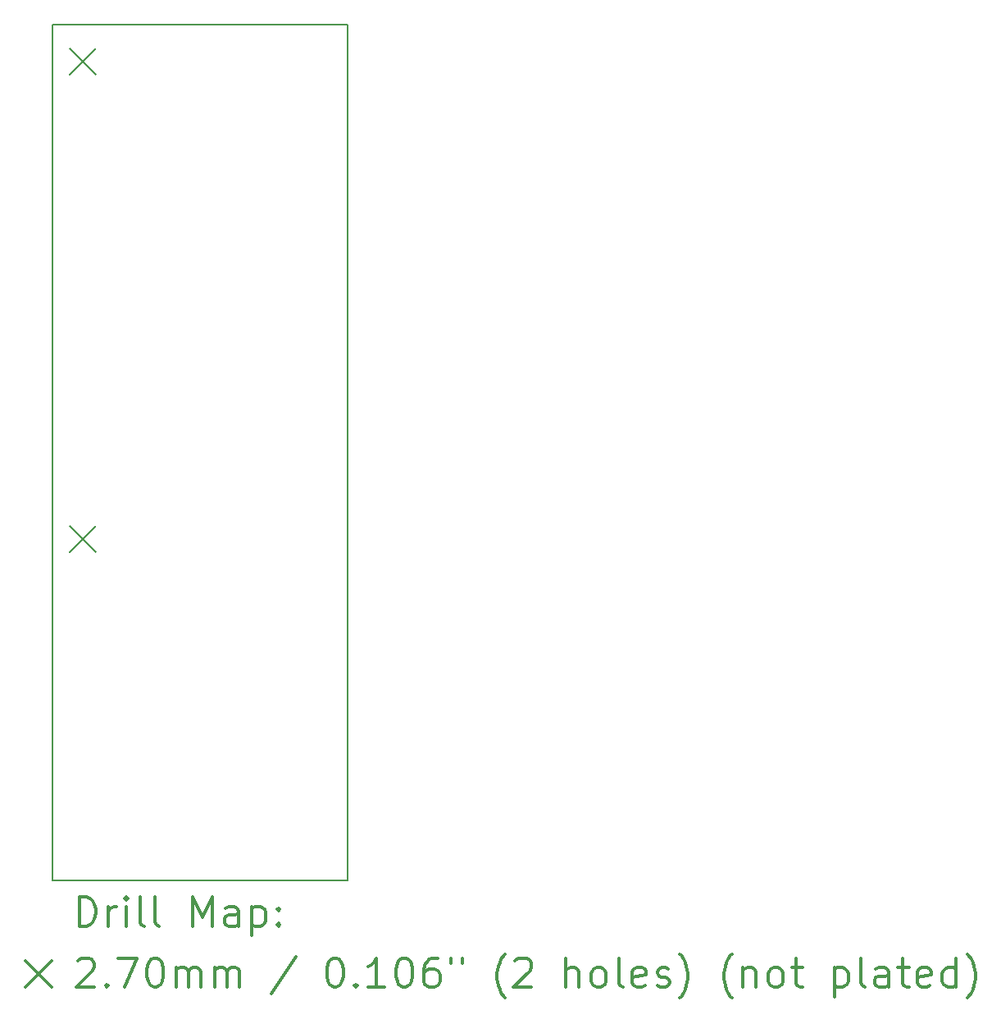
<source format=gbr>
%FSLAX45Y45*%
G04 Gerber Fmt 4.5, Leading zero omitted, Abs format (unit mm)*
G04 Created by KiCad (PCBNEW (5.1.5)-3) date 2020-01-05 20:33:49*
%MOMM*%
%LPD*%
G04 APERTURE LIST*
%TA.AperFunction,Profile*%
%ADD10C,0.150000*%
%TD*%
%ADD11C,0.200000*%
%ADD12C,0.300000*%
G04 APERTURE END LIST*
D10*
X9334500Y-18351500D02*
X9334500Y-9525000D01*
X12382500Y-18351500D02*
X9334500Y-18351500D01*
X12382500Y-9525000D02*
X12382500Y-18351500D01*
X9334500Y-9525000D02*
X12382500Y-9525000D01*
D11*
X9517000Y-14698600D02*
X9787000Y-14968600D01*
X9787000Y-14698600D02*
X9517000Y-14968600D01*
X9517000Y-9771000D02*
X9787000Y-10041000D01*
X9787000Y-9771000D02*
X9517000Y-10041000D01*
D12*
X9613428Y-18824714D02*
X9613428Y-18524714D01*
X9684857Y-18524714D01*
X9727714Y-18539000D01*
X9756286Y-18567572D01*
X9770571Y-18596143D01*
X9784857Y-18653286D01*
X9784857Y-18696143D01*
X9770571Y-18753286D01*
X9756286Y-18781857D01*
X9727714Y-18810429D01*
X9684857Y-18824714D01*
X9613428Y-18824714D01*
X9913428Y-18824714D02*
X9913428Y-18624714D01*
X9913428Y-18681857D02*
X9927714Y-18653286D01*
X9942000Y-18639000D01*
X9970571Y-18624714D01*
X9999143Y-18624714D01*
X10099143Y-18824714D02*
X10099143Y-18624714D01*
X10099143Y-18524714D02*
X10084857Y-18539000D01*
X10099143Y-18553286D01*
X10113428Y-18539000D01*
X10099143Y-18524714D01*
X10099143Y-18553286D01*
X10284857Y-18824714D02*
X10256286Y-18810429D01*
X10242000Y-18781857D01*
X10242000Y-18524714D01*
X10442000Y-18824714D02*
X10413428Y-18810429D01*
X10399143Y-18781857D01*
X10399143Y-18524714D01*
X10784857Y-18824714D02*
X10784857Y-18524714D01*
X10884857Y-18739000D01*
X10984857Y-18524714D01*
X10984857Y-18824714D01*
X11256286Y-18824714D02*
X11256286Y-18667572D01*
X11242000Y-18639000D01*
X11213428Y-18624714D01*
X11156286Y-18624714D01*
X11127714Y-18639000D01*
X11256286Y-18810429D02*
X11227714Y-18824714D01*
X11156286Y-18824714D01*
X11127714Y-18810429D01*
X11113428Y-18781857D01*
X11113428Y-18753286D01*
X11127714Y-18724714D01*
X11156286Y-18710429D01*
X11227714Y-18710429D01*
X11256286Y-18696143D01*
X11399143Y-18624714D02*
X11399143Y-18924714D01*
X11399143Y-18639000D02*
X11427714Y-18624714D01*
X11484857Y-18624714D01*
X11513428Y-18639000D01*
X11527714Y-18653286D01*
X11542000Y-18681857D01*
X11542000Y-18767572D01*
X11527714Y-18796143D01*
X11513428Y-18810429D01*
X11484857Y-18824714D01*
X11427714Y-18824714D01*
X11399143Y-18810429D01*
X11670571Y-18796143D02*
X11684857Y-18810429D01*
X11670571Y-18824714D01*
X11656286Y-18810429D01*
X11670571Y-18796143D01*
X11670571Y-18824714D01*
X11670571Y-18639000D02*
X11684857Y-18653286D01*
X11670571Y-18667572D01*
X11656286Y-18653286D01*
X11670571Y-18639000D01*
X11670571Y-18667572D01*
X9057000Y-19184000D02*
X9327000Y-19454000D01*
X9327000Y-19184000D02*
X9057000Y-19454000D01*
X9599143Y-19183286D02*
X9613428Y-19169000D01*
X9642000Y-19154714D01*
X9713428Y-19154714D01*
X9742000Y-19169000D01*
X9756286Y-19183286D01*
X9770571Y-19211857D01*
X9770571Y-19240429D01*
X9756286Y-19283286D01*
X9584857Y-19454714D01*
X9770571Y-19454714D01*
X9899143Y-19426143D02*
X9913428Y-19440429D01*
X9899143Y-19454714D01*
X9884857Y-19440429D01*
X9899143Y-19426143D01*
X9899143Y-19454714D01*
X10013428Y-19154714D02*
X10213428Y-19154714D01*
X10084857Y-19454714D01*
X10384857Y-19154714D02*
X10413428Y-19154714D01*
X10442000Y-19169000D01*
X10456286Y-19183286D01*
X10470571Y-19211857D01*
X10484857Y-19269000D01*
X10484857Y-19340429D01*
X10470571Y-19397572D01*
X10456286Y-19426143D01*
X10442000Y-19440429D01*
X10413428Y-19454714D01*
X10384857Y-19454714D01*
X10356286Y-19440429D01*
X10342000Y-19426143D01*
X10327714Y-19397572D01*
X10313428Y-19340429D01*
X10313428Y-19269000D01*
X10327714Y-19211857D01*
X10342000Y-19183286D01*
X10356286Y-19169000D01*
X10384857Y-19154714D01*
X10613428Y-19454714D02*
X10613428Y-19254714D01*
X10613428Y-19283286D02*
X10627714Y-19269000D01*
X10656286Y-19254714D01*
X10699143Y-19254714D01*
X10727714Y-19269000D01*
X10742000Y-19297572D01*
X10742000Y-19454714D01*
X10742000Y-19297572D02*
X10756286Y-19269000D01*
X10784857Y-19254714D01*
X10827714Y-19254714D01*
X10856286Y-19269000D01*
X10870571Y-19297572D01*
X10870571Y-19454714D01*
X11013428Y-19454714D02*
X11013428Y-19254714D01*
X11013428Y-19283286D02*
X11027714Y-19269000D01*
X11056286Y-19254714D01*
X11099143Y-19254714D01*
X11127714Y-19269000D01*
X11142000Y-19297572D01*
X11142000Y-19454714D01*
X11142000Y-19297572D02*
X11156286Y-19269000D01*
X11184857Y-19254714D01*
X11227714Y-19254714D01*
X11256286Y-19269000D01*
X11270571Y-19297572D01*
X11270571Y-19454714D01*
X11856286Y-19140429D02*
X11599143Y-19526143D01*
X12242000Y-19154714D02*
X12270571Y-19154714D01*
X12299143Y-19169000D01*
X12313428Y-19183286D01*
X12327714Y-19211857D01*
X12342000Y-19269000D01*
X12342000Y-19340429D01*
X12327714Y-19397572D01*
X12313428Y-19426143D01*
X12299143Y-19440429D01*
X12270571Y-19454714D01*
X12242000Y-19454714D01*
X12213428Y-19440429D01*
X12199143Y-19426143D01*
X12184857Y-19397572D01*
X12170571Y-19340429D01*
X12170571Y-19269000D01*
X12184857Y-19211857D01*
X12199143Y-19183286D01*
X12213428Y-19169000D01*
X12242000Y-19154714D01*
X12470571Y-19426143D02*
X12484857Y-19440429D01*
X12470571Y-19454714D01*
X12456286Y-19440429D01*
X12470571Y-19426143D01*
X12470571Y-19454714D01*
X12770571Y-19454714D02*
X12599143Y-19454714D01*
X12684857Y-19454714D02*
X12684857Y-19154714D01*
X12656286Y-19197572D01*
X12627714Y-19226143D01*
X12599143Y-19240429D01*
X12956286Y-19154714D02*
X12984857Y-19154714D01*
X13013428Y-19169000D01*
X13027714Y-19183286D01*
X13042000Y-19211857D01*
X13056286Y-19269000D01*
X13056286Y-19340429D01*
X13042000Y-19397572D01*
X13027714Y-19426143D01*
X13013428Y-19440429D01*
X12984857Y-19454714D01*
X12956286Y-19454714D01*
X12927714Y-19440429D01*
X12913428Y-19426143D01*
X12899143Y-19397572D01*
X12884857Y-19340429D01*
X12884857Y-19269000D01*
X12899143Y-19211857D01*
X12913428Y-19183286D01*
X12927714Y-19169000D01*
X12956286Y-19154714D01*
X13313428Y-19154714D02*
X13256286Y-19154714D01*
X13227714Y-19169000D01*
X13213428Y-19183286D01*
X13184857Y-19226143D01*
X13170571Y-19283286D01*
X13170571Y-19397572D01*
X13184857Y-19426143D01*
X13199143Y-19440429D01*
X13227714Y-19454714D01*
X13284857Y-19454714D01*
X13313428Y-19440429D01*
X13327714Y-19426143D01*
X13342000Y-19397572D01*
X13342000Y-19326143D01*
X13327714Y-19297572D01*
X13313428Y-19283286D01*
X13284857Y-19269000D01*
X13227714Y-19269000D01*
X13199143Y-19283286D01*
X13184857Y-19297572D01*
X13170571Y-19326143D01*
X13456286Y-19154714D02*
X13456286Y-19211857D01*
X13570571Y-19154714D02*
X13570571Y-19211857D01*
X14013428Y-19569000D02*
X13999143Y-19554714D01*
X13970571Y-19511857D01*
X13956286Y-19483286D01*
X13942000Y-19440429D01*
X13927714Y-19369000D01*
X13927714Y-19311857D01*
X13942000Y-19240429D01*
X13956286Y-19197572D01*
X13970571Y-19169000D01*
X13999143Y-19126143D01*
X14013428Y-19111857D01*
X14113428Y-19183286D02*
X14127714Y-19169000D01*
X14156286Y-19154714D01*
X14227714Y-19154714D01*
X14256286Y-19169000D01*
X14270571Y-19183286D01*
X14284857Y-19211857D01*
X14284857Y-19240429D01*
X14270571Y-19283286D01*
X14099143Y-19454714D01*
X14284857Y-19454714D01*
X14642000Y-19454714D02*
X14642000Y-19154714D01*
X14770571Y-19454714D02*
X14770571Y-19297572D01*
X14756286Y-19269000D01*
X14727714Y-19254714D01*
X14684857Y-19254714D01*
X14656286Y-19269000D01*
X14642000Y-19283286D01*
X14956286Y-19454714D02*
X14927714Y-19440429D01*
X14913428Y-19426143D01*
X14899143Y-19397572D01*
X14899143Y-19311857D01*
X14913428Y-19283286D01*
X14927714Y-19269000D01*
X14956286Y-19254714D01*
X14999143Y-19254714D01*
X15027714Y-19269000D01*
X15042000Y-19283286D01*
X15056286Y-19311857D01*
X15056286Y-19397572D01*
X15042000Y-19426143D01*
X15027714Y-19440429D01*
X14999143Y-19454714D01*
X14956286Y-19454714D01*
X15227714Y-19454714D02*
X15199143Y-19440429D01*
X15184857Y-19411857D01*
X15184857Y-19154714D01*
X15456286Y-19440429D02*
X15427714Y-19454714D01*
X15370571Y-19454714D01*
X15342000Y-19440429D01*
X15327714Y-19411857D01*
X15327714Y-19297572D01*
X15342000Y-19269000D01*
X15370571Y-19254714D01*
X15427714Y-19254714D01*
X15456286Y-19269000D01*
X15470571Y-19297572D01*
X15470571Y-19326143D01*
X15327714Y-19354714D01*
X15584857Y-19440429D02*
X15613428Y-19454714D01*
X15670571Y-19454714D01*
X15699143Y-19440429D01*
X15713428Y-19411857D01*
X15713428Y-19397572D01*
X15699143Y-19369000D01*
X15670571Y-19354714D01*
X15627714Y-19354714D01*
X15599143Y-19340429D01*
X15584857Y-19311857D01*
X15584857Y-19297572D01*
X15599143Y-19269000D01*
X15627714Y-19254714D01*
X15670571Y-19254714D01*
X15699143Y-19269000D01*
X15813428Y-19569000D02*
X15827714Y-19554714D01*
X15856286Y-19511857D01*
X15870571Y-19483286D01*
X15884857Y-19440429D01*
X15899143Y-19369000D01*
X15899143Y-19311857D01*
X15884857Y-19240429D01*
X15870571Y-19197572D01*
X15856286Y-19169000D01*
X15827714Y-19126143D01*
X15813428Y-19111857D01*
X16356286Y-19569000D02*
X16342000Y-19554714D01*
X16313428Y-19511857D01*
X16299143Y-19483286D01*
X16284857Y-19440429D01*
X16270571Y-19369000D01*
X16270571Y-19311857D01*
X16284857Y-19240429D01*
X16299143Y-19197572D01*
X16313428Y-19169000D01*
X16342000Y-19126143D01*
X16356286Y-19111857D01*
X16470571Y-19254714D02*
X16470571Y-19454714D01*
X16470571Y-19283286D02*
X16484857Y-19269000D01*
X16513428Y-19254714D01*
X16556286Y-19254714D01*
X16584857Y-19269000D01*
X16599143Y-19297572D01*
X16599143Y-19454714D01*
X16784857Y-19454714D02*
X16756286Y-19440429D01*
X16742000Y-19426143D01*
X16727714Y-19397572D01*
X16727714Y-19311857D01*
X16742000Y-19283286D01*
X16756286Y-19269000D01*
X16784857Y-19254714D01*
X16827714Y-19254714D01*
X16856286Y-19269000D01*
X16870571Y-19283286D01*
X16884857Y-19311857D01*
X16884857Y-19397572D01*
X16870571Y-19426143D01*
X16856286Y-19440429D01*
X16827714Y-19454714D01*
X16784857Y-19454714D01*
X16970571Y-19254714D02*
X17084857Y-19254714D01*
X17013428Y-19154714D02*
X17013428Y-19411857D01*
X17027714Y-19440429D01*
X17056286Y-19454714D01*
X17084857Y-19454714D01*
X17413428Y-19254714D02*
X17413428Y-19554714D01*
X17413428Y-19269000D02*
X17442000Y-19254714D01*
X17499143Y-19254714D01*
X17527714Y-19269000D01*
X17542000Y-19283286D01*
X17556286Y-19311857D01*
X17556286Y-19397572D01*
X17542000Y-19426143D01*
X17527714Y-19440429D01*
X17499143Y-19454714D01*
X17442000Y-19454714D01*
X17413428Y-19440429D01*
X17727714Y-19454714D02*
X17699143Y-19440429D01*
X17684857Y-19411857D01*
X17684857Y-19154714D01*
X17970571Y-19454714D02*
X17970571Y-19297572D01*
X17956286Y-19269000D01*
X17927714Y-19254714D01*
X17870571Y-19254714D01*
X17842000Y-19269000D01*
X17970571Y-19440429D02*
X17942000Y-19454714D01*
X17870571Y-19454714D01*
X17842000Y-19440429D01*
X17827714Y-19411857D01*
X17827714Y-19383286D01*
X17842000Y-19354714D01*
X17870571Y-19340429D01*
X17942000Y-19340429D01*
X17970571Y-19326143D01*
X18070571Y-19254714D02*
X18184857Y-19254714D01*
X18113428Y-19154714D02*
X18113428Y-19411857D01*
X18127714Y-19440429D01*
X18156286Y-19454714D01*
X18184857Y-19454714D01*
X18399143Y-19440429D02*
X18370571Y-19454714D01*
X18313428Y-19454714D01*
X18284857Y-19440429D01*
X18270571Y-19411857D01*
X18270571Y-19297572D01*
X18284857Y-19269000D01*
X18313428Y-19254714D01*
X18370571Y-19254714D01*
X18399143Y-19269000D01*
X18413428Y-19297572D01*
X18413428Y-19326143D01*
X18270571Y-19354714D01*
X18670571Y-19454714D02*
X18670571Y-19154714D01*
X18670571Y-19440429D02*
X18642000Y-19454714D01*
X18584857Y-19454714D01*
X18556286Y-19440429D01*
X18542000Y-19426143D01*
X18527714Y-19397572D01*
X18527714Y-19311857D01*
X18542000Y-19283286D01*
X18556286Y-19269000D01*
X18584857Y-19254714D01*
X18642000Y-19254714D01*
X18670571Y-19269000D01*
X18784857Y-19569000D02*
X18799143Y-19554714D01*
X18827714Y-19511857D01*
X18842000Y-19483286D01*
X18856286Y-19440429D01*
X18870571Y-19369000D01*
X18870571Y-19311857D01*
X18856286Y-19240429D01*
X18842000Y-19197572D01*
X18827714Y-19169000D01*
X18799143Y-19126143D01*
X18784857Y-19111857D01*
M02*

</source>
